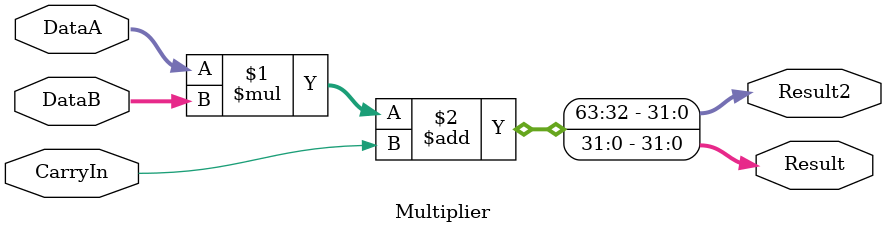
<source format=v>
`timescale 1ns/1ps
module Multiplier( CarryIn,
              DataA,
              DataB,
              Result,
              Result2);
    parameter WIDTH = 32;

    //input
    input CarryIn;
    input [WIDTH-1:0] DataA;
    input [WIDTH-1:0] DataB;

    //output
    output [WIDTH-1:0] Result;
    output [WIDTH-1:0] Result2;

    //func
    assign {Result2,Result} = DataA * DataB + CarryIn;
endmodule
</source>
